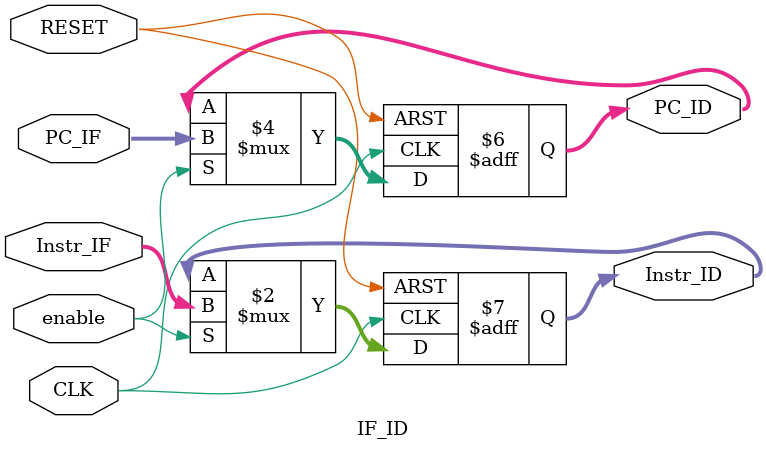
<source format=v>
`timescale 1ns / 1ps

module IF_ID(
    input CLK,
    input RESET,
    input enable,
    input [31:0] PC_IF,
    input [31:0] Instr_IF,
    output reg [31:0] PC_ID,
    output reg [31:0] Instr_ID
);
    always @(posedge CLK or posedge RESET) begin
        if (RESET) begin
            PC_ID <= 0;
            Instr_ID <= 0;
        end else if (enable) begin
            PC_ID <= PC_IF;
            Instr_ID <= Instr_IF;
        end
    end
endmodule


</source>
